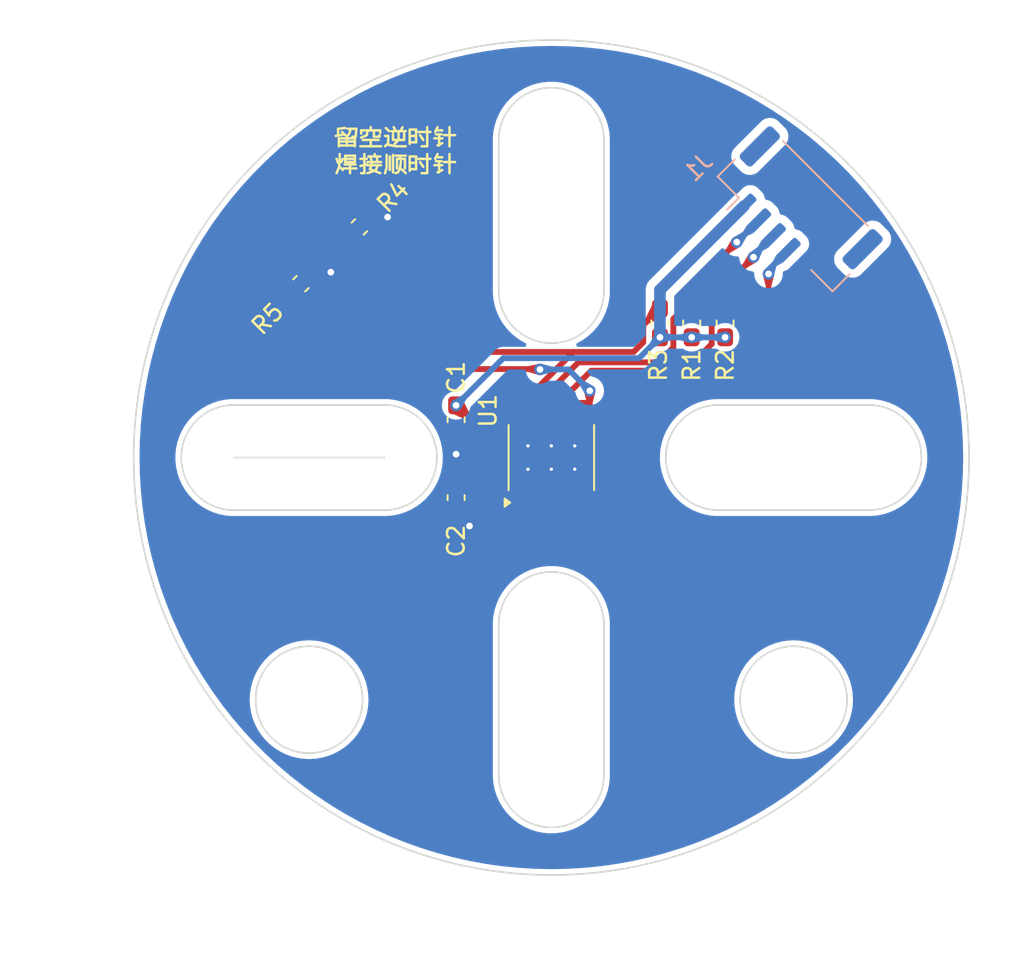
<source format=kicad_pcb>
(kicad_pcb (version 20240108) (generator "pcbnew") (generator_version "8.0")
  (layers (0 "F.Cu" signal) (31 "B.Cu" signal) (34 "B.Paste" user) (35 "F.Paste" user) (36 "B.SilkS" user "B.Silkscreen") (37 "F.SilkS" user "F.Silkscreen") (38 "B.Mask" user) (39 "F.Mask" user) (44 "Edge.Cuts" user))
  (net 0 "")
  (net 1 "+3.3V")
  (net 2 "GND")
  (net 3 "/SDA")
  (net 4 "/SCL")
  (net 5 "/OUT")
  (net 6 "/DIR")
  (net 7 "Net-(U1-PGO)")
  (footprint "Capacitor_SMD:C_0603_1608Metric_Pad1.08x0.95mm_HandSolder" (layer "F.Cu") (at 187.40988 85.79012 45)
    (property "Reference" "R4" (at 2.700978 0.141421 45) (layer "F.SilkS"))
    (property "Value" "0Ω")
    (fp_line (start -0.146267 -0.51) (end 0.146267 -0.51) (stroke (width 0.12)) (layer "F.SilkS"))
    (fp_line (start -0.146267 0.51) (end 0.146267 0.51) (stroke (width 0.12)) (layer "F.SilkS"))
    (pad "1" smd roundrect (at -0.862501 0 45) (size 1.075 0.95) (layers "F.Cu" "F.Paste" "F.Mask") (net 6 "/DIR"))
    (pad "2" smd roundrect (at 0.862501 0 45) (size 1.075 0.95) (layers "F.Cu" "F.Paste" "F.Mask") (net 2 "GND"))
  )
  (footprint "Capacitor_SMD:C_0603_1608Metric_Pad1.08x0.95mm_HandSolder" (layer "F.Cu") (at 205.4 91.5375 90)
    (property "Reference" "R3" (at -2.5375 -0.1 90) (layer "F.SilkS"))
    (property "Value" "1K")
    (fp_line (start -0.146267 -0.51) (end 0.146267 -0.51) (stroke (width 0.12)) (layer "F.SilkS"))
    (fp_line (start -0.146267 0.51) (end 0.146267 0.51) (stroke (width 0.12)) (layer "F.SilkS"))
    (pad "1" smd roundrect (at -0.8625 0 90) (size 1.075 0.95) (layers "F.Cu" "F.Paste" "F.Mask") (net 1 "+3.3V"))
    (pad "2" smd roundrect (at 0.8625 0 90) (size 1.075 0.95) (layers "F.Cu" "F.Paste" "F.Mask") (net 6 "/DIR"))
  )
  (footprint "Capacitor_SMD:C_0603_1608Metric_Pad1.08x0.95mm_HandSolder" (layer "F.Cu") (at 207.3 91.5375 90)
    (property "Reference" "R1" (at -2.5375 0 90) (layer "F.SilkS"))
    (property "Value" "1K")
    (fp_line (start -0.146267 -0.51) (end 0.146267 -0.51) (stroke (width 0.12)) (layer "F.SilkS"))
    (fp_line (start -0.146267 0.51) (end 0.146267 0.51) (stroke (width 0.12)) (layer "F.SilkS"))
    (pad "1" smd roundrect (at -0.8625 0 90) (size 1.075 0.95) (layers "F.Cu" "F.Paste" "F.Mask") (net 1 "+3.3V"))
    (pad "2" smd roundrect (at 0.8625 0 90) (size 1.075 0.95) (layers "F.Cu" "F.Paste" "F.Mask") (net 4 "/SCL"))
  )
  (footprint "Capacitor_SMD:C_0603_1608Metric_Pad1.08x0.95mm_HandSolder" (layer "F.Cu") (at 209.3 91.5375 90)
    (property "Reference" "R2" (at -2.5375 0 90) (layer "F.SilkS"))
    (property "Value" "1K")
    (fp_line (start -0.146267 -0.51) (end 0.146267 -0.51) (stroke (width 0.12)) (layer "F.SilkS"))
    (fp_line (start -0.146267 0.51) (end 0.146267 0.51) (stroke (width 0.12)) (layer "F.SilkS"))
    (pad "1" smd roundrect (at -0.8625 0 90) (size 1.075 0.95) (layers "F.Cu" "F.Paste" "F.Mask") (net 1 "+3.3V"))
    (pad "2" smd roundrect (at 0.8625 0 90) (size 1.075 0.95) (layers "F.Cu" "F.Paste" "F.Mask") (net 3 "/SDA"))
  )
  (footprint "Package_SO:SOIC-8-1EP_3.9x4.9mm_P1.27mm_EP2.41x3.81mm_ThermalVias" (layer "F.Cu") (at 198.9 99.6 90)
    (property "Reference" "U1" (at 2.8 -3.795 90) (layer "F.SilkS"))
    (property "Value" "~")
    (fp_line (start 0 -2.56) (end 1.95 -2.56) (stroke (width 0.12)) (layer "F.SilkS"))
    (fp_line (start 0 -2.56) (end -1.95 -2.56) (stroke (width 0.12)) (layer "F.SilkS"))
    (fp_line (start 0 2.56) (end 1.95 2.56) (stroke (width 0.12)) (layer "F.SilkS"))
    (fp_line (start 0 2.56) (end -1.95 2.56) (stroke (width 0.12)) (layer "F.SilkS"))
    (fp_poly (pts (xy -2.7 -2.465) (xy -2.94 -2.795) (xy -2.46 -2.795) (xy -2.7 -2.465)) (stroke (width 0.12)) (fill solid) (layer "F.SilkS"))
    (pad "1" smd roundrect (at -2.475 -1.905 90) (size 1.95 0.6) (layers "F.Cu" "F.Paste" "F.Mask") (net 1 "+3.3V"))
    (pad "2" smd roundrect (at -2.475 -0.635 90) (size 1.95 0.6) (layers "F.Cu" "F.Paste" "F.Mask") (net 1 "+3.3V"))
    (pad "3" smd roundrect (at -2.475 0.635 90) (size 1.95 0.6) (layers "F.Cu" "F.Paste" "F.Mask") (net 5 "/OUT"))
    (pad "4" smd roundrect (at -2.475 1.905 90) (size 1.95 0.6) (layers "F.Cu" "F.Paste" "F.Mask") (net 2 "GND"))
    (pad "5" smd roundrect (at 2.475 1.905 90) (size 1.95 0.6) (layers "F.Cu" "F.Paste" "F.Mask") (net 7 "Net-(U1-PGO)"))
    (pad "6" smd roundrect (at 2.475 0.635 90) (size 1.95 0.6) (layers "F.Cu" "F.Paste" "F.Mask") (net 3 "/SDA"))
    (pad "7" smd roundrect (at 2.475 -0.635 90) (size 1.95 0.6) (layers "F.Cu" "F.Paste" "F.Mask") (net 4 "/SCL"))
    (pad "8" smd roundrect (at 2.475 -1.905 90) (size 1.95 0.6) (layers "F.Cu" "F.Paste" "F.Mask") (net 6 "/DIR"))
    (pad "9" thru_hole circle (at -0.7 -1.4 90) (size 0.5 0.5) (drill 0.2) (property pad_prop_heatsink) (layers "*.Cu") (net 2 "GND"))
    (pad "9" thru_hole circle (at -0.7 0 90) (size 0.5 0.5) (drill 0.2) (property pad_prop_heatsink) (layers "*.Cu") (net 2 "GND"))
    (pad "9" thru_hole circle (at -0.7 1.4 90) (size 0.5 0.5) (drill 0.2) (property pad_prop_heatsink) (layers "*.Cu") (net 2 "GND"))
    (pad "9" smd rect (at 0 0 90) (size 1.9 3.3) (property pad_prop_heatsink) (layers "B.Cu") (net 2 "GND"))
    (pad "9" smd rect (at 0 0 90) (size 2.41 3.81) (property pad_prop_heatsink) (layers "F.Cu" "F.Mask") (net 2 "GND"))
    (pad "9" thru_hole circle (at 0.7 -1.4 90) (size 0.5 0.5) (drill 0.2) (property pad_prop_heatsink) (layers "*.Cu") (net 2 "GND"))
    (pad "9" thru_hole circle (at 0.7 0 90) (size 0.5 0.5) (drill 0.2) (property pad_prop_heatsink) (layers "*.Cu") (net 2 "GND"))
    (pad "9" thru_hole circle (at 0.7 1.4 90) (size 0.5 0.5) (drill 0.2) (property pad_prop_heatsink) (layers "*.Cu") (net 2 "GND"))
  )
  (footprint "Capacitor_SMD:C_0603_1608Metric_Pad1.08x0.95mm_HandSolder" (layer "F.Cu") (at 193.2 97.3375 -90)
    (property "Reference" "C1" (at -2.5375 0 -90) (layer "F.SilkS"))
    (property "Value" "0.1uF")
    (fp_line (start -0.146267 0.51) (end 0.146267 0.51) (stroke (width 0.12)) (layer "F.SilkS"))
    (fp_line (start -0.146267 -0.51) (end 0.146267 -0.51) (stroke (width 0.12)) (layer "F.SilkS"))
    (pad "1" smd roundrect (at -0.8625 0 270) (size 1.075 0.95) (layers "F.Cu" "F.Paste" "F.Mask") (net 1 "+3.3V"))
    (pad "2" smd roundrect (at 0.8625 0 270) (size 1.075 0.95) (layers "F.Cu" "F.Paste" "F.Mask") (net 2 "GND"))
  )
  (footprint "Capacitor_SMD:C_0603_1608Metric_Pad1.08x0.95mm_HandSolder" (layer "F.Cu") (at 183.90988 89.19012 45)
    (property "Reference" "R5" (at -2.899138 0.070711 45) (layer "F.SilkS"))
    (property "Value" "1K")
    (fp_line (start -0.146267 -0.51) (end 0.146267 -0.51) (stroke (width 0.12)) (layer "F.SilkS"))
    (fp_line (start -0.146267 0.51) (end 0.146267 0.51) (stroke (width 0.12)) (layer "F.SilkS"))
    (pad "1" smd roundrect (at -0.862501 0 45) (size 1.075 0.95) (layers "F.Cu" "F.Paste" "F.Mask") (net 7 "Net-(U1-PGO)"))
    (pad "2" smd roundrect (at 0.862501 0 45) (size 1.075 0.95) (layers "F.Cu" "F.Paste" "F.Mask") (net 2 "GND"))
  )
  (footprint "Capacitor_SMD:C_0603_1608Metric_Pad1.08x0.95mm_HandSolder" (layer "F.Cu") (at 193.2 102 -90)
    (property "Reference" "C2" (at 2.6 0 -90) (layer "F.SilkS"))
    (property "Value" "10uF")
    (fp_line (start -0.146267 0.51) (end 0.146267 0.51) (stroke (width 0.12)) (layer "F.SilkS"))
    (fp_line (start -0.146267 -0.51) (end 0.146267 -0.51) (stroke (width 0.12)) (layer "F.SilkS"))
    (pad "1" smd roundrect (at -0.8625 0 270) (size 1.075 0.95) (layers "F.Cu" "F.Paste" "F.Mask") (net 1 "+3.3V"))
    (pad "2" smd roundrect (at 0.8625 0 270) (size 1.075 0.95) (layers "F.Cu" "F.Paste" "F.Mask") (net 2 "GND"))
  )
  (footprint "Connector_JST:JST_GH_SM05B-GHS-TB_1x05-1MP_P1.25mm_Horizontal" (layer "B.Cu") (at 213.5 85 -45)
    (property "Reference" "J1" (at -6.081118 2.12132 45) (layer "B.SilkS") (effects (justify mirror)))
    (property "Value" "Conn_01x05")
    (fp_line (start -4.86 1.710001) (end -4.86 0.26) (stroke (width 0.12)) (layer "B.SilkS"))
    (fp_line (start -3.06 2.7) (end -3.06 1.71) (stroke (width 0.12)) (layer "B.SilkS"))
    (fp_line (start -3.06 1.71) (end -4.86 1.710001) (stroke (width 0.12)) (layer "B.SilkS"))
    (fp_line (start 3.06 1.71) (end 4.86 1.710001) (stroke (width 0.12)) (layer "B.SilkS"))
    (fp_line (start 4.86 1.710001) (end 4.86 0.26) (stroke (width 0.12)) (layer "B.SilkS"))
    (fp_line (start 3.59 -2.56) (end -3.59 -2.56) (stroke (width 0.12)) (layer "B.SilkS"))
    (pad "1" smd roundrect (at -2.499999 1.85 315) (size 0.6 1.7) (layers "B.Cu" "B.Paste" "B.Mask") (net 1 "+3.3V"))
    (pad "2" smd roundrect (at -1.25 1.85 315) (size 0.6 1.7) (layers "B.Cu" "B.Paste" "B.Mask") (net 4 "/SCL"))
    (pad "3" smd roundrect (at 0 1.850001 315) (size 0.6 1.7) (layers "B.Cu" "B.Paste" "B.Mask") (net 3 "/SDA"))
    (pad "4" smd roundrect (at 1.25 1.85 315) (size 0.6 1.7) (layers "B.Cu" "B.Paste" "B.Mask") (net 5 "/OUT"))
    (pad "5" smd roundrect (at 2.499999 1.85 315) (size 0.6 1.7) (layers "B.Cu" "B.Paste" "B.Mask") (net 2 "GND"))
    (pad "MP" smd roundrect (at -4.35 -1.35 315) (size 1 2.7) (layers "B.Cu" "B.Paste" "B.Mask"))
    (pad "MP" smd roundrect (at 4.35 -1.35 315) (size 1 2.7) (layers "B.Cu" "B.Paste" "B.Mask"))
  )
  (gr_circle (center 198.9 99.6) (end 223.9 99.6) (stroke (width 0.1)) (fill none) (layer "Edge.Cuts"))
  (gr_arc (start 202.05 89.6) (mid 198.9 92.75) (end 195.75 89.6) (stroke (width 0.1)) (layer "Edge.Cuts"))
  (gr_line (start 217.9 102.75) (end 208.9 102.75) (stroke (width 0.1)) (layer "Edge.Cuts"))
  (gr_arc (start 195.75 80.6) (mid 198.9 77.45) (end 202.05 80.6) (stroke (width 0.1)) (layer "Edge.Cuts"))
  (gr_arc (start 188.9 96.45) (mid 192.05 99.6) (end 188.9 102.75) (stroke (width 0.1)) (layer "Edge.Cuts"))
  (gr_line (start 202.05 109.6) (end 202.05 118.6) (stroke (width 0.1)) (layer "Edge.Cuts"))
  (gr_arc (start 202.05 118.6) (mid 198.9 121.75) (end 195.75 118.6) (stroke (width 0.1)) (layer "Edge.Cuts"))
  (gr_arc (start 217.9 96.45) (mid 221.05 99.6) (end 217.9 102.75) (stroke (width 0.1)) (layer "Edge.Cuts"))
  (gr_circle (center 184.4 114.1) (end 187.6 114.1) (stroke (width 0.1)) (fill none) (layer "Edge.Cuts"))
  (gr_line (start 179.9 99.6) (end 188.9 99.6) (stroke (width 0.1)) (layer "Edge.Cuts"))
  (gr_line (start 188.9 102.75) (end 179.9 102.75) (stroke (width 0.1)) (layer "Edge.Cuts"))
  (gr_line (start 195.75 89.6) (end 195.75 80.6) (stroke (width 0.1)) (layer "Edge.Cuts"))
  (gr_arc (start 208.9 102.75) (mid 205.75 99.6) (end 208.9 96.45) (stroke (width 0.1)) (layer "Edge.Cuts"))
  (gr_line (start 195.75 118.6) (end 195.75 109.6) (stroke (width 0.1)) (layer "Edge.Cuts"))
  (gr_arc (start 195.75 109.6) (mid 198.9 106.45) (end 202.05 109.6) (stroke (width 0.1)) (layer "Edge.Cuts"))
  (gr_line (start 202.05 80.6) (end 202.05 89.6) (stroke (width 0.1)) (layer "Edge.Cuts"))
  (gr_arc (start 179.9 102.75) (mid 176.75 99.6) (end 179.9 96.45) (stroke (width 0.1)) (layer "Edge.Cuts"))
  (gr_line (start 179.9 96.45) (end 188.9 96.45) (stroke (width 0.1)) (layer "Edge.Cuts"))
  (gr_circle (center 213.4 114.1) (end 216.6 114.1) (stroke (width 0.1)) (fill none) (layer "Edge.Cuts"))
  (gr_line (start 208.9 96.45) (end 217.9 96.45) (stroke (width 0.1)) (layer "Edge.Cuts"))
  (gr_text "留空逆时针\n焊接顺时针" (at 185.8 82.7 0) (layer "F.SilkS") (effects (font (size 1 1)) (justify left bottom)))
  (segment (start 193.2 96.475) (end 194 97.275) (width 0.35) (layer "F.Cu") (net 1))
  (segment (start 198.265 102.075) (end 196.995 102.075) (width 0.35) (layer "F.Cu") (net 1))
  (segment (start 193.2 101.1375) (end 194.1375 102.075) (width 0.35) (layer "F.Cu") (net 1))
  (segment (start 194 97.275) (end 194 100.3375) (width 0.35) (layer "F.Cu") (net 1))
  (segment (start 194.1375 102.075) (end 196.995 102.075) (width 0.35) (layer "F.Cu") (net 1))
  (segment (start 194 100.3375) (end 193.2 101.1375) (width 0.35) (layer "F.Cu") (net 1))
  (via (at 207.3 92.4) (size 0.7) (drill 0.4) (layers "F.Cu" "B.Cu") (net 1))
  (via (at 193.2 96.475) (size 0.7) (drill 0.4) (layers "F.Cu" "B.Cu") (net 1))
  (via (at 205.4 92.4) (size 0.7) (drill 0.4) (layers "F.Cu" "B.Cu") (net 1))
  (via (at 209.3 92.4) (size 0.7) (drill 0.4) (layers "F.Cu" "B.Cu") (net 1))
  (segment (start 193.2 96.475) (end 196.027298 93.647702) (width 0.35) (layer "B.Cu") (net 1))
  (segment (start 204.152298 93.647702) (end 205.4 92.4) (width 0.35) (layer "B.Cu") (net 1))
  (segment (start 196.027298 93.647702) (end 204.152298 93.647702) (width 0.35) (layer "B.Cu") (net 1))
  (segment (start 207.3 92.4) (end 209.3 92.4) (width 0.35) (layer "B.Cu") (net 1))
  (segment (start 205.4 89.564467) (end 205.4 92.4) (width 0.7) (layer "B.Cu") (net 1))
  (segment (start 210.424086 84.540381) (end 205.4 89.564467) (width 0.7) (layer "B.Cu") (net 1))
  (segment (start 210.424086 84.540381) (end 210.359619 84.540381) (width 0.35) (layer "B.Cu") (net 1))
  (segment (start 205.4 92.4) (end 207.3 92.4) (width 0.35) (layer "B.Cu") (net 1))
  (segment (start 200.805 101.505) (end 198.9 99.6) (width 0.35) (layer "F.Cu") (net 2))
  (segment (start 185.61976 88.58024) (end 185.7 88.5) (width 0.35) (layer "F.Cu") (net 2))
  (segment (start 193.2 98.2) (end 193.2 99.4) (width 0.35) (layer "F.Cu") (net 2))
  (segment (start 186.31976 85.18024) (end 188.01976 85.18024) (width 0.35) (layer "F.Cu") (net 2))
  (segment (start 188.01976 85.18024) (end 189.08024 85.18024) (width 0.35) (layer "F.Cu") (net 2))
  (segment (start 184.51976 88.58024) (end 185.61976 88.58024) (width 0.35) (layer "F.Cu") (net 2))
  (segment (start 193.2 102.9) (end 193.2 102.8625) (width 0.35) (layer "F.Cu") (net 2))
  (segment (start 189.08024 85.18024) (end 189.1 85.2) (width 0.35) (layer "F.Cu") (net 2))
  (segment (start 200.805 102.075) (end 200.805 101.505) (width 0.35) (layer "F.Cu") (net 2))
  (segment (start 184.51976 86.98024) (end 186.31976 85.18024) (width 0.35) (layer "F.Cu") (net 2))
  (segment (start 194 103.7) (end 193.2 102.9) (width 0.35) (layer "F.Cu") (net 2))
  (segment (start 184.51976 88.58024) (end 184.51976 86.98024) (width 0.35) (layer "F.Cu") (net 2))
  (via (at 194 103.7) (size 0.7) (drill 0.4) (layers "F.Cu" "B.Cu") (net 2))
  (via (at 193.2 99.4) (size 0.7) (drill 0.4) (layers "F.Cu" "B.Cu") (net 2))
  (via (at 189.1 85.2) (size 0.7) (drill 0.4) (layers "F.Cu" "B.Cu") (net 2))
  (via (at 185.7 88.5) (size 0.7) (drill 0.4) (layers "F.Cu" "B.Cu") (net 2))
  (segment (start 211 87.6) (end 209.3 89.3) (width 0.35) (layer "F.Cu") (net 3))
  (segment (start 201.285001 94.4) (end 206.9 94.4) (width 0.35) (layer "F.Cu") (net 3))
  (segment (start 206.9 94.4) (end 208.5 92.8) (width 0.35) (layer "F.Cu") (net 3))
  (segment (start 209.3 89.3) (end 209.3 90.675) (width 0.35) (layer "F.Cu") (net 3))
  (segment (start 208.5 91.475) (end 209.3 90.675) (width 0.35) (layer "F.Cu") (net 3))
  (segment (start 208.5 92.8) (end 208.5 91.475) (width 0.35) (layer "F.Cu") (net 3))
  (segment (start 199.535 97.125) (end 199.535 96.150001) (width 0.35) (layer "F.Cu") (net 3))
  (segment (start 199.535 96.150001) (end 201.285001 94.4) (width 0.35) (layer "F.Cu") (net 3))
  (via (at 211 87.6) (size 0.7) (drill 0.4) (layers "F.Cu" "B.Cu") (net 3))
  (segment (start 211 87.5) (end 212.191852 86.308148) (width 0.35) (layer "B.Cu") (net 3))
  (segment (start 211 87.6) (end 211 87.5) (width 0.35) (layer "B.Cu") (net 3))
  (segment (start 200.515001 93.9) (end 198.265 96.150001) (width 0.35) (layer "F.Cu") (net 4))
  (segment (start 205.3 93.9) (end 200.515001 93.9) (width 0.35) (layer "F.Cu") (net 4))
  (segment (start 206.2 91.3) (end 206.2 93) (width 0.35) (layer "F.Cu") (net 4))
  (segment (start 198.265 96.150001) (end 198.265 97.125) (width 0.35) (layer "F.Cu") (net 4))
  (segment (start 207.3 90.675) (end 207.3 89.4) (width 0.35) (layer "F.Cu") (net 4))
  (segment (start 207.3 90.675) (end 206.825 90.675) (width 0.35) (layer "F.Cu") (net 4))
  (segment (start 206.825 90.675) (end 206.2 91.3) (width 0.35) (layer "F.Cu") (net 4))
  (segment (start 206.2 93) (end 205.3 93.9) (width 0.35) (layer "F.Cu") (net 4))
  (segment (start 207.3 89.4) (end 210 86.7) (width 0.35) (layer "F.Cu") (net 4))
  (via (at 210 86.7) (size 0.7) (drill 0.4) (layers "F.Cu" "B.Cu") (net 4))
  (segment (start 211.307969 85.424264) (end 211.275736 85.424264) (width 0.35) (layer "B.Cu") (net 4))
  (segment (start 211.275736 85.424264) (end 210 86.7) (width 0.35) (layer "B.Cu") (net 4))
  (segment (start 204.9 95.4) (end 207.9 95.4) (width 0.35) (layer "F.Cu") (net 5))
  (segment (start 202.1 98.2) (end 204.9 95.4) (width 0.35) (layer "F.Cu") (net 5))
  (segment (start 200.454092 103.375) (end 201.155908 103.375) (width 0.35) (layer "F.Cu") (net 5))
  (segment (start 211.9 91.4) (end 211.9 88.6) (width 0.35) (layer "F.Cu") (net 5))
  (segment (start 202.1 102.430908) (end 202.1 98.2) (width 0.35) (layer "F.Cu") (net 5))
  (segment (start 201.155908 103.375) (end 202.1 102.430908) (width 0.35) (layer "F.Cu") (net 5))
  (segment (start 199.535 102.075) (end 199.535 102.455908) (width 0.35) (layer "F.Cu") (net 5))
  (segment (start 207.9 95.4) (end 211.9 91.4) (width 0.35) (layer "F.Cu") (net 5))
  (segment (start 199.535 102.455908) (end 200.454092 103.375) (width 0.35) (layer "F.Cu") (net 5))
  (via (at 211.9 88.6) (size 0.7) (drill 0.4) (layers "F.Cu" "B.Cu") (net 5))
  (segment (start 211.9 88.6) (end 211.9 88.367767) (width 0.35) (layer "B.Cu") (net 5))
  (segment (start 211.9 88.367767) (end 213.075736 87.192031) (width 0.35) (layer "B.Cu") (net 5))
  (segment (start 200.222478 93.277522) (end 196.995 96.505) (width 0.35) (layer "F.Cu") (net 6))
  (segment (start 203.822478 93.277522) (end 204.4 92.7) (width 0.35) (layer "F.Cu") (net 6))
  (segment (start 204.4 92.7) (end 204.4 91.675) (width 0.35) (layer "F.Cu") (net 6))
  (segment (start 186.8 86.4) (end 193.677522 93.277522) (width 0.35) (layer "F.Cu") (net 6))
  (segment (start 193.677522 93.277522) (end 200.222478 93.277522) (width 0.35) (layer "F.Cu") (net 6))
  (segment (start 196.995 96.505) (end 196.995 97.125) (width 0.35) (layer "F.Cu") (net 6))
  (segment (start 204.4 91.675) (end 205.4 90.675) (width 0.35) (layer "F.Cu") (net 6))
  (segment (start 200.222478 93.277522) (end 203.822478 93.277522) (width 0.35) (layer "F.Cu") (net 6))
  (segment (start 201.2 96.73) (end 200.805 97.125) (width 0.35) (layer "F.Cu") (net 7))
  (segment (start 188.7 89.8) (end 183.3 89.8) (width 0.35) (layer "F.Cu") (net 7))
  (segment (start 198.222702 94.322702) (end 198.2 94.3) (width 0.35) (layer "F.Cu") (net 7))
  (segment (start 201.2 95.6) (end 201.2 96.73) (width 0.35) (layer "F.Cu") (net 7))
  (segment (start 193.2 94.3) (end 188.7 89.8) (width 0.35) (layer "F.Cu") (net 7))
  (segment (start 198.2 94.3) (end 193.2 94.3) (width 0.35) (layer "F.Cu") (net 7))
  (via (at 201.2 95.6) (size 0.7) (drill 0.4) (layers "F.Cu" "B.Cu") (net 7))
  (via (at 198.222702 94.322702) (size 0.7) (drill 0.4) (layers "F.Cu" "B.Cu") (net 7))
  (segment (start 199.922702 94.322702) (end 201.2 95.6) (width 0.35) (layer "B.Cu") (net 7))
  (segment (start 198.222702 94.322702) (end 199.922702 94.322702) (width 0.35) (layer "B.Cu") (net 7))
  (zone (net 2) (net_name "GND") (layer "B.Cu") (name "GND") (connect_pads yes (clearance 0.5)) (min_thickness 0.25) (fill yes (thermal_gap 0.5) (thermal_bridge_width 0.5))
    (polygon (pts (xy 226.8 72.2) (xy 227.2 72.6) (xy 227.2 129.7) (xy 226.9 130) (xy 165.9 130) (xy 165.9 72.2) (xy 166.1 72.2)))
  )
)
</source>
